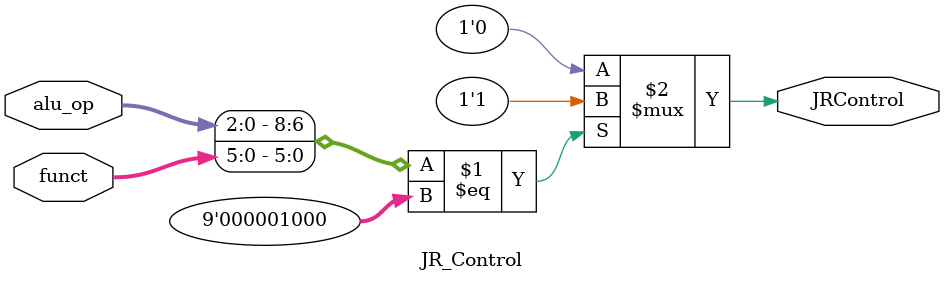
<source format=v>

 module ALUControl( ALU_Control, ALUOp, Function);  
 output reg[3:0] ALU_Control;  
 input [2:0] ALUOp;  
 input [5:0] Function;  
 wire [8:0] ALUControlIn;
 
 assign ALUControlIn = {ALUOp,Function};  
 
 //case dentro do outro fazendo dois checks 1x
 
 always @(ALUControlIn)
 case (ALUOp)
	3'b000 : begin //Instruções do tipo R 000
			casex (ALUControlIn)
			9'b000000000: ALU_Control=4'b0001;  //r1 sll
			9'b000000010: ALU_Control=4'b0010;  //r2 srl
			9'b000000011: ALU_Control=4'b0011;  //r3 sra
			9'b000000100: ALU_Control=4'b0100;  //r4 sllv
			9'b000000110: ALU_Control=4'b0101;  //r5 srlv
			9'b000000111: ALU_Control=4'b0110;  //r6 srav
			9'b000100000: ALU_Control=4'b1000;  //r8 add
			9'b000100010: ALU_Control=4'b1001;  //r9 sub
			9'b000100100: ALU_Control=4'b1010;  //r10 and
			9'b000100101: ALU_Control=4'b1011;  //r11 or
			9'b000100110: ALU_Control=4'b1100;  //r12 xor
			9'b000100111: ALU_Control=4'b1101;  //r13 nor
			9'b000101010: ALU_Control=4'b1110;  //r14 slt
			9'b000101011: ALU_Control=4'b1111;  //r15 sltu
			default: ALU_Control = 4'b0000;
			endcase
			end
			
	3'b001:begin
			casex (ALUControlIn)
			9'b001xxxxxx: ALU_Control= 4'b0111;  //lui
			endcase
			end
	
	3'b010:begin
			casex (ALUControlIn)
			9'b010xxxxxx: ALU_Control= 4'b1110;  //r4 slti
			endcase
			end
			
	3'b011:begin
			casex (ALUControlIn)
			9'b011xxxxxx: ALU_Control= 4'b1000;  //r3 addi
			endcase
			end
	
	3'b100:begin
			casex (ALUControlIn)
			9'b100xxxxxx: ALU_Control= 4'b1111;  //r5 sltiu
			endcase
			end
			
	3'b101:begin
			casex (ALUControlIn)
			9'b101xxxxxx: ALU_Control= 4'b1010;  //r6 andi
			endcase
			end
	
	3'b110:begin
			casex (ALUControlIn)
			9'b110xxxxxx: ALU_Control= 4'b1011;  //r7 ori
			endcase
			end
	
	3'b111:begin
			casex (ALUControlIn)
			9'b111xxxxxx: ALU_Control= 4'b1100;  //r8 xori
			endcase
			end
 default: ALU_Control = 4'b0000;	
 endcase
 endmodule
 
//JR control unit r7 jr
module JR_Control( input[2:0] alu_op, 
       input [5:0] funct,
       output JRControl
    );
assign JRControl = ({alu_op,funct}==9'b000001000) ? 1'b1 : 1'b0;
endmodule


</source>
